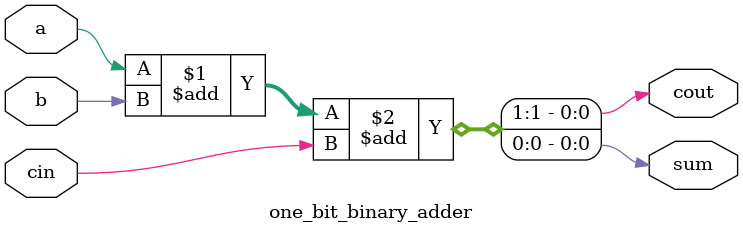
<source format=v>
module top_module(
           input [2:0] a, b,
           input cin,
           output [2:0] cout,
           output [2:0] sum );

one_bit_binary_adder sub_adder[2:0](
                         .a( a[2:0] ),
                         .b( b[2:0] ),
                         .cin( {cout[1:0] , cin}),
                         .cout( cout[2:0] ),
                         .sum( sum[2:0] )
                     );

endmodule


    module one_bit_binary_adder (
        input a,b,cin,
        output sum,cout
    );
assign {cout , sum} = a + b + cin;

endmodule //one_bit_binary_adder

</source>
